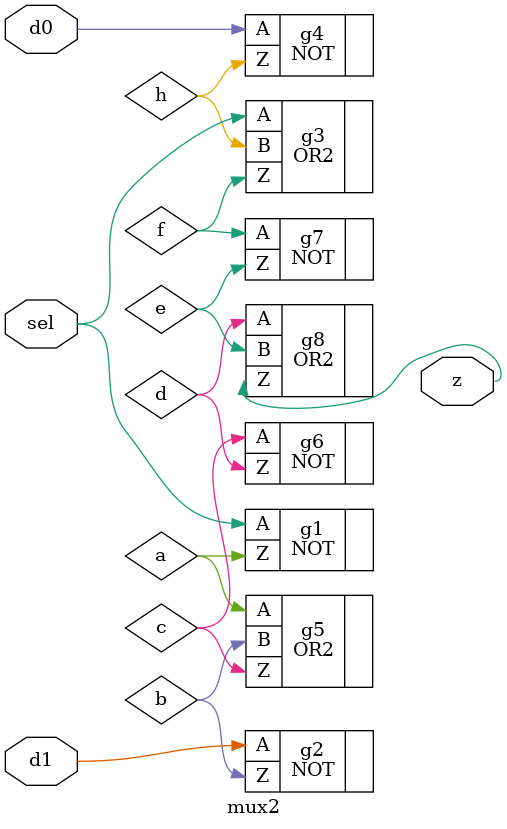
<source format=sv>
module mux2 (
    input logic d0,          // Data input 0
    input logic d1,          // Data input 1
    input logic sel,         // Select input
    output logic z           // Output
);

// Put your code here
// ------------------
logic a,b,c,d,e,f,h;

NOT #(
	.Tpdlh(1),
	.Tpdhl(4)
) g1(
	.Z(a),
	.A(sel)
);
NOT #(
	.Tpdlh(1),
	.Tpdhl(4)
) g2(
	.Z(b),
	.A(d1)
);
OR2 #(
	.Tpdlh(9),
	.Tpdhl(6)
) g3(
	.Z(f),
	.A(sel),
	.B(h)
);
NOT #(
	.Tpdlh(1),
	.Tpdhl(4)
) g4(
	.Z(h),
	.A(d0)
);
OR2 #(
	.Tpdlh(9),
	.Tpdhl(6)
) g5(
	.Z(c),
	.A(a),
	.B(b)
);
NOT #(
	.Tpdlh(1),
	.Tpdhl(4)
) g6(
	.Z(d),
	.A(c)
);
NOT #(
	.Tpdlh(1),
	.Tpdhl(4)
) g7(
	.Z(e),
	.A(f)
);
OR2 #(
	.Tpdlh(9),
	.Tpdhl(6)
) g8(
	.Z(z),
	.A(d),
	.B(e)
);
// End of your code

endmodule

</source>
